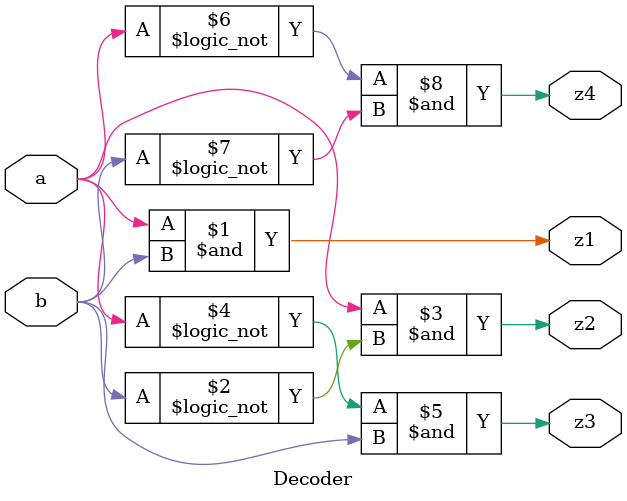
<source format=v>
`timescale 1ns / 1ps
module decoder_testbench; //module with no ports
reg A, B;
wire z1,z2,z3,z4;
//instantiate your circuit
Decoder D1(z1,z2,z3,z4, A,B);
//Behavioral code block generates stimulus to test circuit
initial
begin
A = 1'b0; B = 1'b0;
#50; $display("A = %b, B = %b, Decoder output = %b%b%b%b \n", A, B, z1,z2,z3,z4);
A = 1'b0; B = 1'b1;
#50 $display("A = %b, B = %b, Decoder output = %b%b%b%b \n", A, B, z1,z2,z3,z4);
A = 1'b1; B = 1'b0;
#50 $display("A = %b, B = %b, Decoder output = %b%b%b%b \n", A, B, z1,z2,z3,z4);
A = 1'b1; B = 1'b1;
#50 $display("A = %b, B = %b, Decoder output = %b%b%b%b \n", A, B, z1,z2,z3,z4);
end
endmodule

//create a Decoder out of some ANDs and some NOTs
module Decoder (z1,z2,z3,z4, a,b);
// declare port signals
output z1,z2,z3,z4;
input a, b;
//instantiate structural logic gates
and(z1, a,b);
and(z2,a,!b);
and(z3,!a,b);
and(z4,!a,!b);
endmodule


</source>
